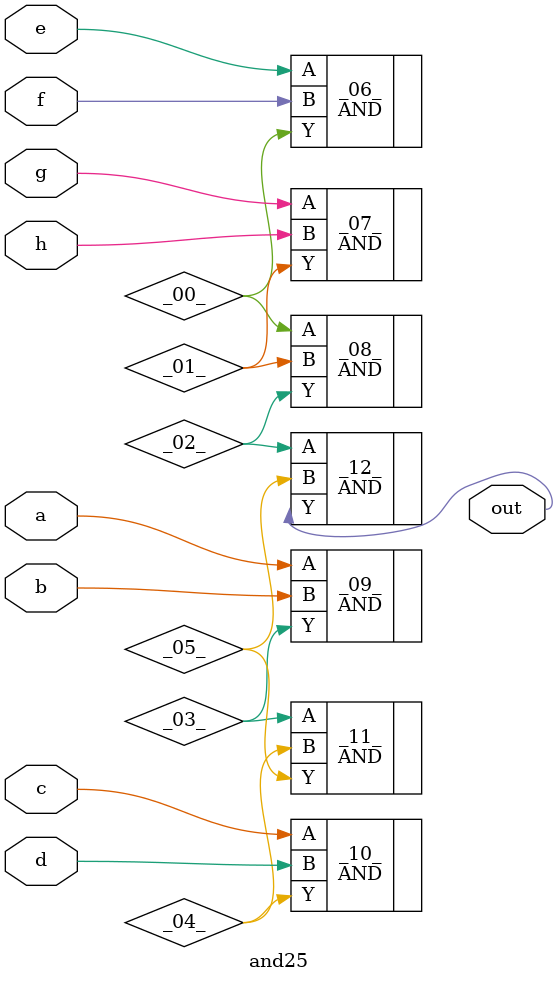
<source format=v>
/* Generated by Yosys 0.41+83 (git sha1 7045cf509, x86_64-w64-mingw32-g++ 13.2.1 -Os) */

/* cells_not_processed =  1  */
/* src = "and25.v:3.1-17.10" */
module and25(a, b, c, d, e, f, g, h, out);
  wire _00_;
  wire _01_;
  wire _02_;
  wire _03_;
  wire _04_;
  wire _05_;
  /* src = "and25.v:4.9-4.10" */
  input a;
  wire a;
  /* src = "and25.v:5.9-5.10" */
  input b;
  wire b;
  /* src = "and25.v:6.9-6.10" */
  input c;
  wire c;
  /* src = "and25.v:7.9-7.10" */
  input d;
  wire d;
  /* src = "and25.v:8.9-8.10" */
  input e;
  wire e;
  /* src = "and25.v:9.9-9.10" */
  input f;
  wire f;
  /* src = "and25.v:10.9-10.10" */
  input g;
  wire g;
  /* src = "and25.v:11.9-11.10" */
  input h;
  wire h;
  /* src = "and25.v:12.10-12.13" */
  output out;
  wire out;
  AND _06_ (
    .A(e),
    .B(f),
    .Y(_00_)
  );
  AND _07_ (
    .A(g),
    .B(h),
    .Y(_01_)
  );
  AND _08_ (
    .A(_00_),
    .B(_01_),
    .Y(_02_)
  );
  AND _09_ (
    .A(a),
    .B(b),
    .Y(_03_)
  );
  AND _10_ (
    .A(c),
    .B(d),
    .Y(_04_)
  );
  AND _11_ (
    .A(_03_),
    .B(_04_),
    .Y(_05_)
  );
  AND _12_ (
    .A(_02_),
    .B(_05_),
    .Y(out)
  );
endmodule

</source>
